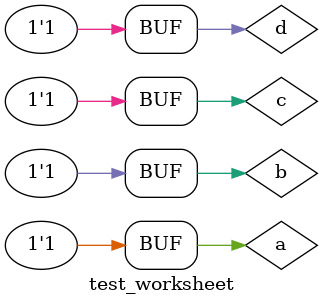
<source format=v>
module mux2to1 (w0, w1, s, f);
	input w0, w1, s;
	output f;
	
	assign f = s ? w1 : w0;
		
endmodule



module dec2to4 (a,b, En, Y);
	input a,b;
	input En;
	output reg [0:3] Y;
		
	always @(a,b, En)
		case ({En,a,b})
			3'b100: Y = 4'b0111;
			3'b101: Y = 4'b1011;
			3'b110: Y = 4'b1101;
			3'b111: Y = 4'b1110;
			default: Y = 4'b1111;
		endcase
	
endmodule	 

module all(a,b,c,d,f1,f2);
	
input a,b,c,d ; 
output f1,f2 ; 
wire [0:3]w; 

dec2to4 decoder(a,b,~d,w);
wire [0:3]w1 ; 
dec2to4 decoder1(c,~b,d,w1);
wire w2,w3;	
and(w2,w[0],w[1]); 
xor(w3,w[2],w[3]);
xnor(f2,w1[2],w1[3]);
mux2to1 mux(w2,w3,w1[0],f1) ;
	
endmodule 





module all_behavioral(a,b,c,d,f1,f2);
	
input a,b,c,d ; 
output reg f1,f2 ; 
always @(a,b,c,d,f1,f2)	
	begin
	f1 = ~d | b ;
	f2 = (b&(~c)&d) | (a&~d) ;
	end
endmodule


module test_worksheet();
	reg a,b,c,d ;
	wire f1,f2; 
	all ttl(a,b,c,d,f1,f2);
	initial 
	begin
	 
     
	 {a,b,c,d} = 4'b0000;	
			repeat(15)
			#10 {a,b,c,d} = {a,b,c,d} + 4'b0001;
   end

	
endmodule



</source>
